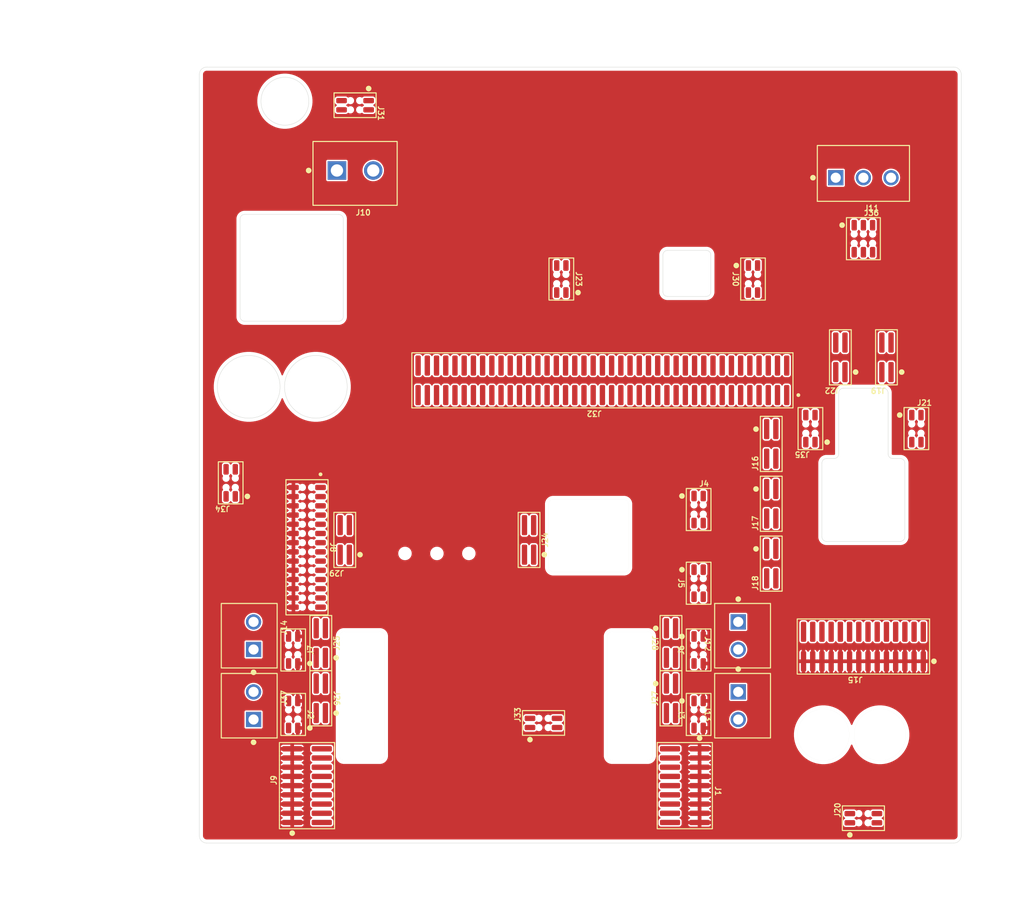
<source format=kicad_pcb>
(kicad_pcb (version 20241229) (generator "pcbnew") (generator_version "9.0")
  (layers (0 "F.Cu" signal) (4 "In1.Cu" power) (6 "In2.Cu" power) (2 "B.Cu" signal) (13 "F.Paste" user) (15 "B.Paste" user) (5 "F.SilkS" user "F.Silkscreen") (7 "B.SilkS" user "B.Silkscreen") (1 "F.Mask" user) (3 "B.Mask" user) (25 "Edge.Cuts" user))
  (net 0 "")
  (net 29 "GNDA")
  (footprint "connector_footprints:FW-02-03-G-D-085-155" (layer "F.Cu") (at 178.63798 108.66836)
    (property "Reference" "J18" (at -1.754 3.8 90) (layer "F.SilkS") (effects (font (size 0.762 0.762) (thickness 0.1524)) (justify left bottom)))
    (property "Value" "FW-02-03-G-D-085-155")
    (pad "1" smd roundrect (at -0.635 -2.035) (size 0.74 2.79) (layers "F.Cu" "F.Paste"))
    (pad "2" smd roundrect (at -0.635 2.035) (size 0.74 2.79) (layers "F.Cu" "F.Paste"))
    (pad "3" smd roundrect (at 0.635 -2.035) (size 0.74 2.79) (layers "F.Cu" "F.Paste"))
    (pad "4" smd roundrect (at 0.635 2.035) (size 0.74 2.79) (layers "F.Cu" "F.Paste"))
  )
  (footprint "connector_footprints:FW-02-03-G-D-085-155" (layer "F.Cu") (at 178.63798 92.15836)
    (property "Reference" "J16" (at -1.754 3.8 90) (layer "F.SilkS") (effects (font (size 0.762 0.762) (thickness 0.1524)) (justify left bottom)))
    (property "Value" "FW-02-03-G-D-085-155")
    (pad "1" smd roundrect (at -0.635 -2.035) (size 0.74 2.79) (layers "F.Cu" "F.Paste"))
    (pad "2" smd roundrect (at -0.635 2.035) (size 0.74 2.79) (layers "F.Cu" "F.Paste"))
    (pad "3" smd roundrect (at 0.635 -2.035) (size 0.74 2.79) (layers "F.Cu" "F.Paste"))
    (pad "4" smd roundrect (at 0.635 2.035) (size 0.74 2.79) (layers "F.Cu" "F.Paste"))
  )
  (footprint "connector_footprints:FW-09-03-G-D-085-155" (layer "F.Cu") (at 114.6556 139.28344 90)
    (property "Reference" "J9" (at 0 -4.572 90) (layer "F.SilkS") (effects (font (size 0.762 0.762) (thickness 0.1524)) (justify left)))
    (property "Value" "FW-09-03-G-D-085-155")
    (pad "1" smd roundrect (at -5.08 -2.035 90) (size 0.74 2.79) (layers "F.Cu" "F.Paste") (net 29 "GNDA"))
    (pad "2" smd roundrect (at -5.08 2.035 90) (size 0.74 2.79) (layers "F.Cu" "F.Paste"))
    (pad "3" smd roundrect (at -3.81 -2.035 90) (size 0.74 2.79) (layers "F.Cu" "F.Paste") (net 29 "GNDA"))
    (pad "4" smd roundrect (at -3.81 2.035 90) (size 0.74 2.79) (layers "F.Cu" "F.Paste"))
    (pad "5" smd roundrect (at -2.54 -2.035 90) (size 0.74 2.79) (layers "F.Cu" "F.Paste") (net 29 "GNDA"))
    (pad "6" smd roundrect (at -2.54 2.035 90) (size 0.74 2.79) (layers "F.Cu" "F.Paste"))
    (pad "7" smd roundrect (at -1.27 -2.035 90) (size 0.74 2.79) (layers "F.Cu" "F.Paste") (net 29 "GNDA"))
    (pad "8" smd roundrect (at -1.27 2.035 90) (size 0.74 2.79) (layers "F.Cu" "F.Paste"))
    (pad "9" smd roundrect (at 0 -2.035 90) (size 0.74 2.79) (layers "F.Cu" "F.Paste") (net 29 "GNDA"))
    (pad "10" smd roundrect (at 0 2.035 90) (size 0.74 2.79) (layers "F.Cu" "F.Paste"))
    (pad "11" smd roundrect (at 1.27 -2.035 90) (size 0.74 2.79) (layers "F.Cu" "F.Paste") (net 29 "GNDA"))
    (pad "12" smd roundrect (at 1.27 2.035 90) (size 0.74 2.79) (layers "F.Cu" "F.Paste"))
    (pad "13" smd roundrect (at 2.54 -2.035 90) (size 0.74 2.79) (layers "F.Cu" "F.Paste") (net 29 "GNDA"))
    (pad "14" smd roundrect (at 2.54 2.035 90) (size 0.74 2.79) (layers "F.Cu" "F.Paste"))
    (pad "15" smd roundrect (at 3.81 -2.035 90) (size 0.74 2.79) (layers "F.Cu" "F.Paste") (net 29 "GNDA"))
    (pad "16" smd roundrect (at 3.81 2.035 90) (size 0.74 2.79) (layers "F.Cu" "F.Paste"))
    (pad "17" smd roundrect (at 5.08 -2.035 90) (size 0.74 2.79) (layers "F.Cu" "F.Paste") (net 29 "GNDA"))
    (pad "18" smd roundrect (at 5.08 2.035 90) (size 0.74 2.79) (layers "F.Cu" "F.Paste"))
  )
  (footprint "connector_footprints:FW-14-03-G-D-085-155" (layer "F.Cu") (at 191.33798 120.09836 180)
    (property "Reference" "J15" (at 0 -4.572 180) (layer "F.SilkS") (effects (font (size 0.762 0.762) (thickness 0.1524)) (justify left)))
    (property "Value" "FW-14-03-G-D-085-155")
    (pad "1" smd roundrect (at -8.255 -2.035 180) (size 0.74 2.79) (layers "F.Cu" "F.Paste") (net 29 "GNDA"))
    (pad "2" smd roundrect (at -8.255 2.035 180) (size 0.74 2.79) (layers "F.Cu" "F.Paste"))
    (pad "3" smd roundrect (at -6.985 -2.035 180) (size 0.74 2.79) (layers "F.Cu" "F.Paste") (net 29 "GNDA"))
    (pad "4" smd roundrect (at -6.985 2.035 180) (size 0.74 2.79) (layers "F.Cu" "F.Paste"))
    (pad "5" smd roundrect (at -5.715 -2.035 180) (size 0.74 2.79) (layers "F.Cu" "F.Paste") (net 29 "GNDA"))
    (pad "6" smd roundrect (at -5.715 2.035 180) (size 0.74 2.79) (layers "F.Cu" "F.Paste"))
    (pad "7" smd roundrect (at -4.445 -2.035 180) (size 0.74 2.79) (layers "F.Cu" "F.Paste") (net 29 "GNDA"))
    (pad "8" smd roundrect (at -4.445 2.035 180) (size 0.74 2.79) (layers "F.Cu" "F.Paste"))
    (pad "9" smd roundrect (at -3.175 -2.035 180) (size 0.74 2.79) (layers "F.Cu" "F.Paste") (net 29 "GNDA"))
    (pad "10" smd roundrect (at -3.175 2.035 180) (size 0.74 2.79) (layers "F.Cu" "F.Paste"))
    (pad "11" smd roundrect (at -1.905 -2.035 180) (size 0.74 2.79) (layers "F.Cu" "F.Paste") (net 29 "GNDA"))
    (pad "12" smd roundrect (at -1.905 2.035 180) (size 0.74 2.79) (layers "F.Cu" "F.Paste"))
    (pad "13" smd roundrect (at -0.635 -2.035 180) (size 0.74 2.79) (layers "F.Cu" "F.Paste") (net 29 "GNDA"))
    (pad "14" smd roundrect (at -0.635 2.035 180) (size 0.74 2.79) (layers "F.Cu" "F.Paste"))
    (pad "15" smd roundrect (at 0.635 -2.035 180) (size 0.74 2.79) (layers "F.Cu" "F.Paste") (net 29 "GNDA"))
    (pad "16" smd roundrect (at 0.635 2.035 180) (size 0.74 2.79) (layers "F.Cu" "F.Paste"))
    (pad "17" smd roundrect (at 1.905 -2.035 180) (size 0.74 2.79) (layers "F.Cu" "F.Paste") (net 29 "GNDA"))
    (pad "18" smd roundrect (at 1.905 2.035 180) (size 0.74 2.79) (layers "F.Cu" "F.Paste"))
    (pad "19" smd roundrect (at 3.175 -2.035 180) (size 0.74 2.79) (layers "F.Cu" "F.Paste") (net 29 "GNDA"))
    (pad "20" smd roundrect (at 3.175 2.035 180) (size 0.74 2.79) (layers "F.Cu" "F.Paste"))
    (pad "21" smd roundrect (at 4.445 -2.035 180) (size 0.74 2.79) (layers "F.Cu" "F.Paste") (net 29 "GNDA"))
    (pad "22" smd roundrect (at 4.445 2.035 180) (size 0.74 2.79) (layers "F.Cu" "F.Paste"))
    (pad "23" smd roundrect (at 5.715 -2.035 180) (size 0.74 2.79) (layers "F.Cu" "F.Paste") (net 29 "GNDA"))
    (pad "24" smd roundrect (at 5.715 2.035 180) (size 0.74 2.79) (layers "F.Cu" "F.Paste"))
    (pad "25" smd roundrect (at 6.985 -2.035 180) (size 0.74 2.79) (layers "F.Cu" "F.Paste") (net 29 "GNDA"))
    (pad "26" smd roundrect (at 6.985 2.035 180) (size 0.74 2.79) (layers "F.Cu" "F.Paste"))
    (pad "27" smd roundrect (at 8.255 -2.035 180) (size 0.74 2.79) (layers "F.Cu" "F.Paste") (net 29 "GNDA"))
    (pad "28" smd roundrect (at 8.255 2.035 180) (size 0.74 2.79) (layers "F.Cu" "F.Paste"))
  )
  (footprint "connector_footprints:TBP02R2-381-02BE" (layer "F.Cu") (at 107.29214 118.60826 90)
    (property "Reference" "J14" (at 0 4.2 90) (layer "F.SilkS") (effects (font (size 0.762 0.762) (thickness 0.1524)) (justify left)))
    (property "Value" "TBP02R2-381-02BE")
    (pad "1" thru_hole rect (at -1.905 0 90) (size 2.1 2.1) (drill 1.4) (layers "*.Cu" "*.Mask"))
    (pad "2" thru_hole circle (at 1.905 0 90) (size 2.1 2.1) (drill 1.4) (layers "*.Cu" "*.Mask"))
  )
  (footprint "connector_footprints:FW-02-03-G-D-085-155" (layer "F.Cu") (at 145.2626 105.39984 180)
    (property "Reference" "J24" (at -1.754 0 90) (layer "F.SilkS") (effects (font (size 0.762 0.762) (thickness 0.1524)) (justify top)))
    (property "Value" "FW-02-03-G-D-085-155")
    (pad "1" smd roundrect (at -0.635 -2.035 180) (size 0.74 2.79) (layers "F.Cu" "F.Paste"))
    (pad "2" smd roundrect (at -0.635 2.035 180) (size 0.74 2.79) (layers "F.Cu" "F.Paste"))
    (pad "3" smd roundrect (at 0.635 -2.035 180) (size 0.74 2.79) (layers "F.Cu" "F.Paste"))
    (pad "4" smd roundrect (at 0.635 2.035 180) (size 0.74 2.79) (layers "F.Cu" "F.Paste"))
  )
  (footprint "connector_footprints:FW-02-03-G-D-085-155" (layer "F.Cu") (at 188.16298 80.22036 180)
    (property "Reference" "J22" (at 0 -4.572 180) (layer "F.SilkS") (effects (font (size 0.762 0.762) (thickness 0.1524)) (justify left)))
    (property "Value" "FW-02-03-G-D-085-155")
    (pad "1" smd roundrect (at -0.635 -2.035 180) (size 0.74 2.79) (layers "F.Cu" "F.Paste"))
    (pad "2" smd roundrect (at -0.635 2.035 180) (size 0.74 2.79) (layers "F.Cu" "F.Paste"))
    (pad "3" smd roundrect (at 0.635 -2.035 180) (size 0.74 2.79) (layers "F.Cu" "F.Paste"))
    (pad "4" smd roundrect (at 0.635 2.035 180) (size 0.74 2.79) (layers "F.Cu" "F.Paste"))
  )
  (footprint "connector_footprints:FW-02-03-G-D-085-155" (layer "F.Cu") (at 164.8206 127.24384)
    (property "Reference" "J27" (at -1.754 0 90) (layer "F.SilkS") (effects (font (size 0.762 0.762) (thickness 0.1524)) (justify bottom)))
    (property "Value" "FW-02-03-G-D-085-155")
    (pad "1" smd roundrect (at -0.635 -2.035) (size 0.74 2.79) (layers "F.Cu" "F.Paste"))
    (pad "2" smd roundrect (at -0.635 2.035) (size 0.74 2.79) (layers "F.Cu" "F.Paste"))
    (pad "3" smd roundrect (at 0.635 -2.035) (size 0.74 2.79) (layers "F.Cu" "F.Paste"))
    (pad "4" smd roundrect (at 0.635 2.035) (size 0.74 2.79) (layers "F.Cu" "F.Paste"))
  )
  (footprint "mechanical_parts:2907525" (layer "F.Cu") (at 152.32126 93.7006)
    (property "Reference" "M1" (hide yes))
    (property "Value" "~")
  )
  (footprint "connector_footprints:CLP-102-02-G-D-BE" (layer "F.Cu") (at 168.6306 120.57757)
    (property "Reference" "J6" (at -1.954 0 90) (layer "F.SilkS") (effects (font (size 0.762 0.762) (thickness 0.1524)) (justify bottom)))
    (property "Value" "CLP-102-02-G-D-BE")
    (pad "" np_thru_hole circle (at -0.635 -0.635) (size 0.74 0.74) (drill 0.74) (layers "F&B.Cu" "*.Mask"))
    (pad "" np_thru_hole circle (at -0.635 0.635) (size 0.74 0.74) (drill 0.74) (layers "F&B.Cu" "*.Mask"))
    (pad "" np_thru_hole circle (at 0.635 -0.635) (size 0.74 0.74) (drill 0.74) (layers "F&B.Cu" "*.Mask"))
    (pad "" np_thru_hole circle (at 0.635 0.635) (size 0.74 0.74) (drill 0.74) (layers "F&B.Cu" "*.Mask"))
    (pad "1" smd roundrect (at -0.635 -1.867) (size 0.74 1.47) (layers "F.Cu" "F.Paste"))
    (pad "2" smd roundrect (at -0.635 1.867) (size 0.74 1.47) (layers "F.Cu" "F.Paste"))
    (pad "3" smd roundrect (at 0.635 -1.867) (size 0.74 1.47) (layers "F.Cu" "F.Paste") (net 29 "GNDA"))
    (pad "4" smd roundrect (at 0.635 1.867) (size 0.74 1.47) (layers "F.Cu" "F.Paste") (net 29 "GNDA"))
  )
  (footprint "connector_footprints:FW-02-03-G-D-085-155" (layer "F.Cu") (at 194.51298 80.22036 180)
    (property "Reference" "J19" (at 0 -4.572 180) (layer "F.SilkS") (effects (font (size 0.762 0.762) (thickness 0.1524)) (justify left)))
    (property "Value" "FW-02-03-G-D-085-155")
    (pad "1" smd roundrect (at -0.635 -2.035 180) (size 0.74 2.79) (layers "F.Cu" "F.Paste"))
    (pad "2" smd roundrect (at -0.635 2.035 180) (size 0.74 2.79) (layers "F.Cu" "F.Paste"))
    (pad "3" smd roundrect (at 0.635 -2.035 180) (size 0.74 2.79) (layers "F.Cu" "F.Paste"))
    (pad "4" smd roundrect (at 0.635 2.035 180) (size 0.74 2.79) (layers "F.Cu" "F.Paste"))
  )
  (footprint "connector_footprints:FW-02-03-G-D-085-155" (layer "F.Cu") (at 178.63798 100.41336)
    (property "Reference" "J17" (at -1.754 3.8 90) (layer "F.SilkS") (effects (font (size 0.762 0.762) (thickness 0.1524)) (justify left bottom)))
    (property "Value" "FW-02-03-G-D-085-155")
    (pad "1" smd roundrect (at -0.635 -2.035) (size 0.74 2.79) (layers "F.Cu" "F.Paste"))
    (pad "2" smd roundrect (at -0.635 2.035) (size 0.74 2.79) (layers "F.Cu" "F.Paste"))
    (pad "3" smd roundrect (at 0.635 -2.035) (size 0.74 2.79) (layers "F.Cu" "F.Paste"))
    (pad "4" smd roundrect (at 0.635 2.035) (size 0.74 2.79) (layers "F.Cu" "F.Paste"))
  )
  (footprint "connector_footprints:TBP02R2-381-02BE" (layer "F.Cu") (at 174.08906 118.60826 -90)
    (property "Reference" "J12" (at 0 4.2 270) (layer "F.SilkS") (effects (font (size 0.762 0.762) (thickness 0.1524)) (justify left)))
    (property "Value" "TBP02R2-381-02BE")
    (pad "1" thru_hole rect (at -1.905 0 270) (size 2.1 2.1) (drill 1.4) (layers "*.Cu" "*.Mask"))
    (pad "2" thru_hole circle (at 1.905 0 270) (size 2.1 2.1) (drill 1.4) (layers "*.Cu" "*.Mask"))
  )
  (footprint "modules_footprints:minimal_ad74413r" (layer "F.Cu") (at 140.6906 116.83107)
    (property "Reference" "MOD1" (hide yes))
    (property "Value" "~" (hide yes))
    (fp_line (start -21.56714 18.3236) (end -21.56714 1.86944) (stroke (width 0.00635)) (layer "Edge.Cuts"))
    (fp_line (start -20.93214 1.23444) (end -16.00454 1.23444) (stroke (width 0.00635)) (layer "Edge.Cuts"))
    (fp_line (start -16.00454 18.95856) (end -20.93214 18.95856) (stroke (width 0.00635)) (layer "Edge.Cuts"))
    (fp_line (start -15.36954 1.86944) (end -15.36954 18.3237) (stroke (width 0.00635)) (layer "Edge.Cuts"))
    (fp_line (start 7.2644 -7.6581) (end 7.2644 -16.3703) (stroke (width 0.00635)) (layer "Edge.Cuts"))
    (fp_line (start 7.8994 -17.0053) (end 17.653 -17.0053) (stroke (width 0.00635)) (layer "Edge.Cuts"))
    (fp_line (start 15.36954 18.3236) (end 15.36954 1.86944) (stroke (width 0.00635)) (layer "Edge.Cuts"))
    (fp_line (start 16.00454 1.23444) (end 20.93214 1.23444) (stroke (width 0.00635)) (layer "Edge.Cuts"))
    (fp_line (start 17.653 -7.0231) (end 7.8994 -7.0231) (stroke (width 0.00635)) (layer "Edge.Cuts"))
    (fp_line (start 18.288 -16.3703) (end 18.288 -7.6581) (stroke (width 0.00635)) (layer "Edge.Cuts"))
    (fp_line (start 20.93214 18.95856) (end 16.00454 18.95856) (stroke (width 0.00635)) (layer "Edge.Cuts"))
    (fp_line (start 21.56714 1.86944) (end 21.56714 18.3237) (stroke (width 0.00635)) (layer "Edge.Cuts"))
    (fp_arc (start -21.56714 1.86944) (mid -21.381153 1.420427) (end -20.93214 1.23444) (stroke (width 0.00635)) (layer "Edge.Cuts"))
    (fp_arc (start -20.93214 18.95856) (mid -21.381165 18.772585) (end -21.56714 18.32356) (stroke (width 0.00635)) (layer "Edge.Cuts"))
    (fp_arc (start -16.00454 1.23444) (mid -15.555539 1.420439) (end -15.36954 1.86944) (stroke (width 0.00635)) (layer "Edge.Cuts"))
    (fp_arc (start -15.36954 18.32356) (mid -15.555511 18.772613) (end -16.00454 18.95856) (stroke (width 0.00635)) (layer "Edge.Cuts"))
    (fp_arc (start 7.2644 -16.3703) (mid 7.450387 -16.819313) (end 7.8994 -17.0053) (stroke (width 0.00635)) (layer "Edge.Cuts"))
    (fp_arc (start 7.8994 -7.0231) (mid 7.450387 -7.209087) (end 7.2644 -7.6581) (stroke (width 0.00635)) (layer "Edge.Cuts"))
    (fp_arc (start 15.36954 1.86944) (mid 15.555527 1.420427) (end 16.00454 1.23444) (stroke (width 0.00635)) (layer "Edge.Cuts"))
    (fp_arc (start 16.00454 18.95856) (mid 15.555515 18.772585) (end 15.36954 18.32356) (stroke (width 0.00635)) (layer "Edge.Cuts"))
    (fp_arc (start 17.653 -17.0053) (mid 18.102013 -16.819313) (end 18.288 -16.3703) (stroke (width 0.00635)) (layer "Edge.Cuts"))
    (fp_arc (start 18.288 -7.6581) (mid 18.102013 -7.209087) (end 17.653 -7.0231) (stroke (width 0.00635)) (layer "Edge.Cuts"))
    (fp_arc (start 20.93214 1.23444) (mid 21.381141 1.420439) (end 21.56714 1.86944) (stroke (width 0.00635)) (layer "Edge.Cuts"))
    (fp_arc (start 21.56714 18.32356) (mid 21.381169 18.772613) (end 20.93214 18.95856) (stroke (width 0.00635)) (layer "Edge.Cuts"))
  )
  (footprint "connector_footprints:FW-09-03-G-D-085-155" (layer "F.Cu") (at 166.7256 139.28344 -90)
    (property "Reference" "J1" (at 0 -4.572 270) (layer "F.SilkS") (effects (font (size 0.762 0.762) (thickness 0.1524)) (justify left)))
    (property "Value" "FW-09-03-G-D-085-155")
    (pad "1" smd roundrect (at -5.08 -2.035 270) (size 0.74 2.79) (layers "F.Cu" "F.Paste") (net 29 "GNDA"))
    (pad "2" smd roundrect (at -5.08 2.035 270) (size 0.74 2.79) (layers "F.Cu" "F.Paste"))
    (pad "3" smd roundrect (at -3.81 -2.035 270) (size 0.74 2.79) (layers "F.Cu" "F.Paste") (net 29 "GNDA"))
    (pad "4" smd roundrect (at -3.81 2.035 270) (size 0.74 2.79) (layers "F.Cu" "F.Paste"))
    (pad "5" smd roundrect (at -2.54 -2.035 270) (size 0.74 2.79) (layers "F.Cu" "F.Paste") (net 29 "GNDA"))
    (pad "6" smd roundrect (at -2.54 2.035 270) (size 0.74 2.79) (layers "F.Cu" "F.Paste"))
    (pad "7" smd roundrect (at -1.27 -2.035 270) (size 0.74 2.79) (layers "F.Cu" "F.Paste") (net 29 "GNDA"))
    (pad "8" smd roundrect (at -1.27 2.035 270) (size 0.74 2.79) (layers "F.Cu" "F.Paste"))
    (pad "9" smd roundrect (at 0 -2.035 270) (size 0.74 2.79) (layers "F.Cu" "F.Paste") (net 29 "GNDA"))
    (pad "10" smd roundrect (at 0 2.035 270) (size 0.74 2.79) (layers "F.Cu" "F.Paste"))
    (pad "11" smd roundrect (at 1.27 -2.035 270) (size 0.74 2.79) (layers "F.Cu" "F.Paste") (net 29 "GNDA"))
    (pad "12" smd roundrect (at 1.27 2.035 270) (size 0.74 2.79) (layers "F.Cu" "F.Paste"))
    (pad "13" smd roundrect (at 2.54 -2.035 270) (size 0.74 2.79) (layers "F.Cu" "F.Paste") (net 29 "GNDA"))
    (pad "14" smd roundrect (at 2.54 2.035 270) (size 0.74 2.79) (layers "F.Cu" "F.Paste"))
    (pad "15" smd roundrect (at 3.81 -2.035 270) (size 0.74 2.79) (layers "F.Cu" "F.Paste") (net 29 "GNDA"))
    (pad "16" smd roundrect (at 3.81 2.035 270) (size 0.74 2.79) (layers "F.Cu" "F.Paste"))
    (pad "17" smd roundrect (at 5.08 -2.035 270) (size 0.74 2.79) (layers "F.Cu" "F.Paste") (net 29 "GNDA"))
    (pad "18" smd roundrect (at 5.08 2.035 270) (size 0.74 2.79) (layers "F.Cu" "F.Paste"))
  )
  (footprint "connector_footprints:CLP-102-02-G-D-BE" (layer "F.Cu") (at 104.14 97.52838 180)
    (property "Reference" "J34" (at 0 -3.556 180) (layer "F.SilkS") (effects (font (size 0.762 0.762) (thickness 0.1524)) (justify left)))
    (property "Value" "CLP-102-02-G-D-BE")
    (pad "" np_thru_hole circle (at -0.635 -0.635 180) (size 0.74 0.74) (drill 0.74) (layers "F&B.Cu" "*.Mask"))
    (pad "" np_thru_hole circle (at -0.635 0.635 180) (size 0.74 0.74) (drill 0.74) (layers "F&B.Cu" "*.Mask"))
    (pad "" np_thru_hole circle (at 0.635 -0.635 180) (size 0.74 0.74) (drill 0.74) (layers "F&B.Cu" "*.Mask"))
    (pad "" np_thru_hole circle (at 0.635 0.635 180) (size 0.74 0.74) (drill 0.74) (layers "F&B.Cu" "*.Mask"))
    (pad "1" smd roundrect (at -0.635 -1.867 180) (size 0.74 1.47) (layers "F.Cu" "F.Paste"))
    (pad "2" smd roundrect (at -0.635 1.867 180) (size 0.74 1.47) (layers "F.Cu" "F.Paste"))
    (pad "3" smd roundrect (at 0.635 -1.867 180) (size 0.74 1.47) (layers "F.Cu" "F.Paste"))
    (pad "4" smd roundrect (at 0.635 1.867 180) (size 0.74 1.47) (layers "F.Cu" "F.Paste"))
  )
  (footprint "connector_footprints:TBP02R2-381-03BE" (layer "F.Cu") (at 191.3382 55.45704)
    (property "Reference" "J11" (at 0 4.2 0) (layer "F.SilkS") (effects (font (size 0.762 0.762) (thickness 0.1524)) (justify left)))
    (property "Value" "TBP02R2-381-03BE")
    (pad "1" thru_hole rect (at -3.81 0) (size 2.1 2.1) (drill 1.4) (layers "*.Cu" "*.Mask"))
    (pad "2" thru_hole circle (at 0 0) (size 2.1 2.1) (drill 1.4) (layers "*.Cu" "*.Mask"))
    (pad "3" thru_hole circle (at 3.81 0) (size 2.1 2.1) (drill 1.4) (layers "*.Cu" "*.Mask"))
  )
  (footprint "connector_footprints:CLP-102-02-G-D-BE" (layer "F.Cu") (at 121.285 45.45812 -90)
    (property "Reference" "J31" (at 0 -3.556 270) (layer "F.SilkS") (effects (font (size 0.762 0.762) (thickness 0.1524)) (justify left)))
    (property "Value" "CLP-102-02-G-D-BE")
    (pad "" np_thru_hole circle (at -0.635 -0.635 270) (size 0.74 0.74) (drill 0.74) (layers "F&B.Cu" "*.Mask"))
    (pad "" np_thru_hole circle (at -0.635 0.635 270) (size 0.74 0.74) (drill 0.74) (layers "F&B.Cu" "*.Mask"))
    (pad "" np_thru_hole circle (at 0.635 -0.635 270) (size 0.74 0.74) (drill 0.74) (layers "F&B.Cu" "*.Mask"))
    (pad "" np_thru_hole circle (at 0.635 0.635 270) (size 0.74 0.74) (drill 0.74) (layers "F&B.Cu" "*.Mask"))
    (pad "1" smd roundrect (at -0.635 -1.867 270) (size 0.74 1.47) (layers "F.Cu" "F.Paste"))
    (pad "2" smd roundrect (at -0.635 1.867 270) (size 0.74 1.47) (layers "F.Cu" "F.Paste"))
    (pad "3" smd roundrect (at 0.635 -1.867 270) (size 0.74 1.47) (layers "F.Cu" "F.Paste"))
    (pad "4" smd roundrect (at 0.635 1.867 270) (size 0.74 1.47) (layers "F.Cu" "F.Paste"))
  )
  (footprint "connector_footprints:TBP02R2-381-02BE" (layer "F.Cu") (at 107.29214 128.26026 90)
    (property "Reference" "J37" (at 0 4.2 90) (layer "F.SilkS") (effects (font (size 0.762 0.762) (thickness 0.1524)) (justify left)))
    (property "Value" "TBP02R2-381-02BE")
    (pad "1" thru_hole rect (at -1.905 0 90) (size 2.1 2.1) (drill 1.4) (layers "*.Cu" "*.Mask"))
    (pad "2" thru_hole circle (at 1.905 0 90) (size 2.1 2.1) (drill 1.4) (layers "*.Cu" "*.Mask"))
  )
  (footprint "modules_footprints:minimal_lt8304" (layer "F.Cu") (at 113.03 71.49338 -90)
    (property "Reference" "MOD8" (hide yes))
    (property "Value" "~" (hide yes))
    (fp_line (start 3.11658 7.59714) (end -10.34542 7.59714) (stroke (width 0.05)) (layer "Edge.Cuts"))
    (fp_line (start -10.98042 6.96214) (end -10.98042 -5.99186) (stroke (width 0.05)) (layer "Edge.Cuts"))
    (fp_line (start 3.75158 -5.99186) (end 3.75158 6.96214) (stroke (width 0.05)) (layer "Edge.Cuts"))
    (fp_line (start -10.34542 -6.62686) (end 3.11658 -6.62686) (stroke (width 0.05)) (layer "Edge.Cuts"))
    (fp_arc (start -10.34542 7.59714) (mid -10.794433 7.411153) (end -10.98042 6.96214) (stroke (width 0.05)) (layer "Edge.Cuts"))
    (fp_arc (start 3.75158 6.96214) (mid 3.565593 7.411153) (end 3.11658 7.59714) (stroke (width 0.05)) (layer "Edge.Cuts"))
    (fp_arc (start -10.98042 -5.99186) (mid -10.794433 -6.440873) (end -10.34542 -6.62686) (stroke (width 0.05)) (layer "Edge.Cuts"))
    (fp_arc (start 3.11658 -6.62686) (mid 3.565601 -6.440881) (end 3.75158 -5.99186) (stroke (width 0.05)) (layer "Edge.Cuts"))
    (fp_circle (center 12.79652 6.40334) (end 17.11452 6.40334) (stroke (width 0.05)) (fill no) (layer "Edge.Cuts"))
    (fp_circle (center -26.58644 1.41732) (end -23.28444 1.41732) (stroke (width 0.05)) (fill no) (layer "Edge.Cuts"))
    (fp_circle (center 12.79652 -2.84734) (end 17.11452 -2.84734) (stroke (width 0.05)) (fill no) (layer "Edge.Cuts"))
  )
  (footprint "connector_footprints:CLP-102-02-G-D-BE" (layer "F.Cu") (at 184.03548 90.05016 180)
    (property "Reference" "J35" (at 0 -3.556 180) (layer "F.SilkS") (effects (font (size 0.762 0.762) (thickness 0.1524)) (justify left)))
    (property "Value" "CLP-102-02-G-D-BE")
    (pad "" np_thru_hole circle (at -0.635 -0.635 180) (size 0.74 0.74) (drill 0.74) (layers "F&B.Cu" "*.Mask"))
    (pad "" np_thru_hole circle (at -0.635 0.635 180) (size 0.74 0.74) (drill 0.74) (layers "F&B.Cu" "*.Mask"))
    (pad "" np_thru_hole circle (at 0.635 -0.635 180) (size 0.74 0.74) (drill 0.74) (layers "F&B.Cu" "*.Mask"))
    (pad "" np_thru_hole circle (at 0.635 0.635 180) (size 0.74 0.74) (drill 0.74) (layers "F&B.Cu" "*.Mask"))
    (pad "1" smd roundrect (at -0.635 -1.867 180) (size 0.74 1.47) (layers "F.Cu" "F.Paste"))
    (pad "2" smd roundrect (at -0.635 1.867 180) (size 0.74 1.47) (layers "F.Cu" "F.Paste"))
    (pad "3" smd roundrect (at 0.635 -1.867 180) (size 0.74 1.47) (layers "F.Cu" "F.Paste"))
    (pad "4" smd roundrect (at 0.635 1.867 180) (size 0.74 1.47) (layers "F.Cu" "F.Paste"))
  )
  (footprint "connector_footprints:FW-02-03-G-D-085-155" (layer "F.Cu") (at 119.8626 105.39984 180)
    (property "Reference" "J29" (at 0 -4.572 180) (layer "F.SilkS") (effects (font (size 0.762 0.762) (thickness 0.1524)) (justify left)))
    (property "Value" "FW-02-03-G-D-085-155")
    (pad "1" smd roundrect (at -0.635 -2.035 180) (size 0.74 2.79) (layers "F.Cu" "F.Paste"))
    (pad "2" smd roundrect (at -0.635 2.035 180) (size 0.74 2.79) (layers "F.Cu" "F.Paste"))
    (pad "3" smd roundrect (at 0.635 -2.035 180) (size 0.74 2.79) (layers "F.Cu" "F.Paste"))
    (pad "4" smd roundrect (at 0.635 2.035 180) (size 0.74 2.79) (layers "F.Cu" "F.Paste"))
  )
  (footprint "connector_footprints:CLP-102-02-G-D-BE" (layer "F.Cu") (at 168.6306 111.37007)
    (property "Reference" "J5" (at -1.954 0 270) (layer "F.SilkS") (effects (font (size 0.762 0.762) (thickness 0.1524)) (justify top)))
    (property "Value" "CLP-102-02-G-D-BE")
    (pad "" np_thru_hole circle (at -0.635 -0.635) (size 0.74 0.74) (drill 0.74) (layers "F&B.Cu" "*.Mask"))
    (pad "" np_thru_hole circle (at -0.635 0.635) (size 0.74 0.74) (drill 0.74) (layers "F&B.Cu" "*.Mask"))
    (pad "" np_thru_hole circle (at 0.635 -0.635) (size 0.74 0.74) (drill 0.74) (layers "F&B.Cu" "*.Mask"))
    (pad "" np_thru_hole circle (at 0.635 0.635) (size 0.74 0.74) (drill 0.74) (layers "F&B.Cu" "*.Mask"))
    (pad "1" smd roundrect (at -0.635 -1.867) (size 0.74 1.47) (layers "F.Cu" "F.Paste"))
    (pad "2" smd roundrect (at -0.635 1.867) (size 0.74 1.47) (layers "F.Cu" "F.Paste"))
    (pad "3" smd roundrect (at 0.635 -1.867) (size 0.74 1.47) (layers "F.Cu" "F.Paste"))
    (pad "4" smd roundrect (at 0.635 1.867) (size 0.74 1.47) (layers "F.Cu" "F.Paste"))
  )
  (footprint "connector_footprints:CLP-102-02-G-D-BE" (layer "F.Cu") (at 149.70722 69.42812 180)
    (property "Reference" "J23" (at -1.954 0 270) (layer "F.SilkS") (effects (font (size 0.762 0.762) (thickness 0.1524)) (justify bottom)))
    (property "Value" "CLP-102-02-G-D-BE")
    (pad "" np_thru_hole circle (at -0.635 -0.635 180) (size 0.74 0.74) (drill 0.74) (layers "F&B.Cu" "*.Mask"))
    (pad "" np_thru_hole circle (at -0.635 0.635 180) (size 0.74 0.74) (drill 0.74) (layers "F&B.Cu" "*.Mask"))
    (pad "" np_thru_hole circle (at 0.635 -0.635 180) (size 0.74 0.74) (drill 0.74) (layers "F&B.Cu" "*.Mask"))
    (pad "" np_thru_hole circle (at 0.635 0.635 180) (size 0.74 0.74) (drill 0.74) (layers "F&B.Cu" "*.Mask"))
    (pad "1" smd roundrect (at -0.635 -1.867 180) (size 0.74 1.47) (layers "F.Cu" "F.Paste"))
    (pad "2" smd roundrect (at -0.635 1.867 180) (size 0.74 1.47) (layers "F.Cu" "F.Paste"))
    (pad "3" smd roundrect (at 0.635 -1.867 180) (size 0.74 1.47) (layers "F.Cu" "F.Paste"))
    (pad "4" smd roundrect (at 0.635 1.867 180) (size 0.74 1.47) (layers "F.Cu" "F.Paste"))
  )
  (footprint "connector_footprints:FW-02-03-G-D-085-155" (layer "F.Cu") (at 164.8206 119.62384)
    (property "Reference" "J28" (at -1.754 0 270) (layer "F.SilkS") (effects (font (size 0.762 0.762) (thickness 0.1524)) (justify top)))
    (property "Value" "FW-02-03-G-D-085-155")
    (pad "1" smd roundrect (at -0.635 -2.035) (size 0.74 2.79) (layers "F.Cu" "F.Paste"))
    (pad "2" smd roundrect (at -0.635 2.035) (size 0.74 2.79) (layers "F.Cu" "F.Paste"))
    (pad "3" smd roundrect (at 0.635 -2.035) (size 0.74 2.79) (layers "F.Cu" "F.Paste"))
    (pad "4" smd roundrect (at 0.635 2.035) (size 0.74 2.79) (layers "F.Cu" "F.Paste"))
  )
  (footprint "connector_footprints:TBP04R2-500-02BE" (layer "F.Cu") (at 121.285 54.46014)
    (property "Reference" "J10" (at 0 5.8 0) (layer "F.SilkS") (effects (font (size 0.762 0.762) (thickness 0.1524)) (justify left)))
    (property "Value" "TBP04R2-500-02BE")
    (pad "1" thru_hole rect (at -2.5 0) (size 2.55 2.55) (drill 1.7) (layers "*.Cu" "*.Mask"))
    (pad "2" thru_hole circle (at 2.5 0) (size 2.55 2.55) (drill 1.7) (layers "*.Cu" "*.Mask"))
  )
  (footprint "modules_footprints:minimal_max14906" (layer "F.Cu") (at 140.6906 124.24664 180)
    (property "Reference" "MOD2" (hide yes))
    (property "Value" "~" (hide yes))
    (pad "" np_thru_hole circle (at 3.728 16.9799 180) (size 1.6 1.6) (drill 1.6) (layers "F&B.Cu" "*.Mask"))
    (pad "" np_thru_hole circle (at 8.128 16.9799 180) (size 1.6 1.6) (drill 1.6) (layers "F&B.Cu" "*.Mask"))
    (pad "" np_thru_hole circle (at 12.528 16.9799 180) (size 1.6 1.6) (drill 1.6) (layers "F&B.Cu" "*.Mask"))
  )
  (footprint "connector_footprints:CLP-102-02-G-D-BE" (layer "F.Cu") (at 168.6306 129.46757)
    (property "Reference" "J3" (at -1.954 0 270) (layer "F.SilkS") (effects (font (size 0.762 0.762) (thickness 0.1524)) (justify top)))
    (property "Value" "CLP-102-02-G-D-BE")
    (pad "" np_thru_hole circle (at -0.635 -0.635) (size 0.74 0.74) (drill 0.74) (layers "F&B.Cu" "*.Mask"))
    (pad "" np_thru_hole circle (at -0.635 0.635) (size 0.74 0.74) (drill 0.74) (layers "F&B.Cu" "*.Mask"))
    (pad "" np_thru_hole circle (at 0.635 -0.635) (size 0.74 0.74) (drill 0.74) (layers "F&B.Cu" "*.Mask"))
    (pad "" np_thru_hole circle (at 0.635 0.635) (size 0.74 0.74) (drill 0.74) (layers "F&B.Cu" "*.Mask"))
    (pad "1" smd roundrect (at -0.635 -1.867) (size 0.74 1.47) (layers "F.Cu" "F.Paste"))
    (pad "2" smd roundrect (at -0.635 1.867) (size 0.74 1.47) (layers "F.Cu" "F.Paste"))
    (pad "3" smd roundrect (at 0.635 -1.867) (size 0.74 1.47) (layers "F.Cu" "F.Paste") (net 29 "GNDA"))
    (pad "4" smd roundrect (at 0.635 1.867) (size 0.74 1.47) (layers "F.Cu" "F.Paste") (net 29 "GNDA"))
  )
  (footprint "modules_footprints:minimal_ltc9111" (layer "F.Cu") (at 191.33798 102.86446 90)
    (property "Reference" "MOD5" (hide yes))
    (property "Value" "~" (hide yes))
    (fp_line (start 8.0518 -5.715) (end -2.1082 -5.715) (stroke (width 0.05)) (layer "Edge.Cuts"))
    (fp_line (start -2.7432 -5.08) (end -2.7432 5.08) (stroke (width 0.05)) (layer "Edge.Cuts"))
    (fp_line (start 8.6868 -4.0386) (end 8.6868 -5.08) (stroke (width 0.05)) (layer "Edge.Cuts"))
    (fp_line (start 17.7419 -3.4036) (end 9.3218 -3.4036) (stroke (width 0.05)) (layer "Edge.Cuts"))
    (fp_line (start 18.3769 2.7686) (end 18.3769 -2.7686) (stroke (width 0.05)) (layer "Edge.Cuts"))
    (fp_line (start 9.3218 3.4036) (end 17.7419 3.4036) (stroke (width 0.05)) (layer "Edge.Cuts"))
    (fp_line (start 8.6868 5.08) (end 8.6868 4.0386) (stroke (width 0.05)) (layer "Edge.Cuts"))
    (fp_line (start -2.1082 5.715) (end 8.0518 5.715) (stroke (width 0.05)) (layer "Edge.Cuts"))
    (fp_arc (start 8.0518 -5.715) (mid 8.500813 -5.529013) (end 8.6868 -5.08) (stroke (width 0.05)) (layer "Edge.Cuts"))
    (fp_arc (start -2.7432 -5.08) (mid -2.557213 -5.529013) (end -2.1082 -5.715) (stroke (width 0.05)) (layer "Edge.Cuts"))
    (fp_arc (start 17.7419 -3.4036) (mid 18.190913 -3.217613) (end 18.3769 -2.7686) (stroke (width 0.05)) (layer "Edge.Cuts"))
    (fp_arc (start 9.3218 -3.4036) (mid 8.872787 -3.589587) (end 8.6868 -4.0386) (stroke (width 0.05)) (layer "Edge.Cuts"))
    (fp_arc (start 18.3769 2.7686) (mid 18.190913 3.217613) (end 17.7419 3.4036) (stroke (width 0.05)) (layer "Edge.Cuts"))
    (fp_arc (start 8.6868 4.0386) (mid 8.872787 3.589587) (end 9.3218 3.4036) (stroke (width 0.05)) (layer "Edge.Cuts"))
    (fp_arc (start 8.6868 5.08) (mid 8.500813 5.529013) (end 8.0518 5.715) (stroke (width 0.05)) (layer "Edge.Cuts"))
    (fp_arc (start -2.1082 5.715) (mid -2.557213 5.529013) (end -2.7432 5.08) (stroke (width 0.05)) (layer "Edge.Cuts"))
    (fp_circle (center -29.40304 -5.51688) (end -25.84704 -5.51688) (stroke (width 0.00635)) (fill no) (layer "Edge.Cuts"))
    (fp_circle (center -29.40304 2.28092) (end -25.84704 2.28092) (stroke (width 0.00635)) (fill no) (layer "Edge.Cuts"))
  )
  (footprint "connector_footprints:TBP02R2-381-02BE" (layer "F.Cu") (at 174.08906 128.26026 -90)
    (property "Reference" "J13" (at 0 4.2 270) (layer "F.SilkS") (effects (font (size 0.762 0.762) (thickness 0.1524)) (justify left)))
    (property "Value" "TBP02R2-381-02BE")
    (pad "1" thru_hole rect (at -1.905 0 270) (size 2.1 2.1) (drill 1.4) (layers "*.Cu" "*.Mask"))
    (pad "2" thru_hole circle (at 1.905 0 270) (size 2.1 2.1) (drill 1.4) (layers "*.Cu" "*.Mask"))
  )
  (footprint "connector_footprints:CLP-102-02-G-D-BE" (layer "F.Cu") (at 176.12322 69.42812)
    (property "Reference" "J30" (at -1.954 0 270) (layer "F.SilkS") (effects (font (size 0.762 0.762) (thickness 0.1524)) (justify top)))
    (property "Value" "CLP-102-02-G-D-BE")
    (pad "" np_thru_hole circle (at -0.635 -0.635) (size 0.74 0.74) (drill 0.74) (layers "F&B.Cu" "*.Mask"))
    (pad "" np_thru_hole circle (at -0.635 0.635) (size 0.74 0.74) (drill 0.74) (layers "F&B.Cu" "*.Mask"))
    (pad "" np_thru_hole circle (at 0.635 -0.635) (size 0.74 0.74) (drill 0.74) (layers "F&B.Cu" "*.Mask"))
    (pad "" np_thru_hole circle (at 0.635 0.635) (size 0.74 0.74) (drill 0.74) (layers "F&B.Cu" "*.Mask"))
    (pad "1" smd roundrect (at -0.635 -1.867) (size 0.74 1.47) (layers "F.Cu" "F.Paste"))
    (pad "2" smd roundrect (at -0.635 1.867) (size 0.74 1.47) (layers "F.Cu" "F.Paste"))
    (pad "3" smd roundrect (at 0.635 -1.867) (size 0.74 1.47) (layers "F.Cu" "F.Paste"))
    (pad "4" smd roundrect (at 0.635 1.867) (size 0.74 1.47) (layers "F.Cu" "F.Paste"))
  )
  (footprint "connector_footprints:CLP-102-02-G-D-BE" (layer "F.Cu") (at 147.25396 130.63728 90)
    (property "Reference" "J33" (at 0 -3.556 90) (layer "F.SilkS") (effects (font (size 0.762 0.762) (thickness 0.1524)) (justify left)))
    (property "Value" "CLP-102-02-G-D-BE")
    (pad "" np_thru_hole circle (at -0.635 -0.635 90) (size 0.74 0.74) (drill 0.74) (layers "F&B.Cu" "*.Mask"))
    (pad "" np_thru_hole circle (at -0.635 0.635 90) (size 0.74 0.74) (drill 0.74) (layers "F&B.Cu" "*.Mask"))
    (pad "" np_thru_hole circle (at 0.635 -0.635 90) (size 0.74 0.74) (drill 0.74) (layers "F&B.Cu" "*.Mask"))
    (pad "" np_thru_hole circle (at 0.635 0.635 90) (size 0.74 0.74) (drill 0.74) (layers "F&B.Cu" "*.Mask"))
    (pad "1" smd roundrect (at -0.635 -1.867 90) (size 0.74 1.47) (layers "F.Cu" "F.Paste"))
    (pad "2" smd roundrect (at -0.635 1.867 90) (size 0.74 1.47) (layers "F.Cu" "F.Paste"))
    (pad "3" smd roundrect (at 0.635 -1.867 90) (size 0.74 1.47) (layers "F.Cu" "F.Paste"))
    (pad "4" smd roundrect (at 0.635 1.867 90) (size 0.74 1.47) (layers "F.Cu" "F.Paste"))
  )
  (footprint "connector_footprints:CLP-114-02-G-D-BE" (layer "F.Cu") (at 114.6556 106.41707 -90)
    (property "Reference" "J8" (at 0 -3.154 270) (layer "F.SilkS") (effects (font (size 0.762 0.762) (thickness 0.1524)) (justify bottom)))
    (property "Value" "CLP-114-02-G-D-BE")
    (pad "" np_thru_hole circle (at -8.255 -0.635 270) (size 0.74 0.74) (drill 0.74) (layers "F&B.Cu" "*.Mask"))
    (pad "" np_thru_hole circle (at -8.255 0.635 270) (size 0.74 0.74) (drill 0.74) (layers "F&B.Cu" "*.Mask"))
    (pad "" np_thru_hole circle (at -6.985 -0.635 270) (size 0.74 0.74) (drill 0.74) (layers "F&B.Cu" "*.Mask"))
    (pad "" np_thru_hole circle (at -6.985 0.635 270) (size 0.74 0.74) (drill 0.74) (layers "F&B.Cu" "*.Mask"))
    (pad "" np_thru_hole circle (at -5.715 -0.635 270) (size 0.74 0.74) (drill 0.74) (layers "F&B.Cu" "*.Mask"))
    (pad "" np_thru_hole circle (at -5.715 0.635 270) (size 0.74 0.74) (drill 0.74) (layers "F&B.Cu" "*.Mask"))
    (pad "" np_thru_hole circle (at -4.445 -0.635 270) (size 0.74 0.74) (drill 0.74) (layers "F&B.Cu" "*.Mask"))
    (pad "" np_thru_hole circle (at -4.445 0.635 270) (size 0.74 0.74) (drill 0.74) (layers "F&B.Cu" "*.Mask"))
    (pad "" np_thru_hole circle (at -3.175 -0.635 270) (size 0.74 0.74) (drill 0.74) (layers "F&B.Cu" "*.Mask"))
    (pad "" np_thru_hole circle (at -3.175 0.635 270) (size 0.74 0.74) (drill 0.74) (layers "F&B.Cu" "*.Mask"))
    (pad "" np_thru_hole circle (at -1.905 -0.635 270) (size 0.74 0.74) (drill 0.74) (layers "F&B.Cu" "*.Mask"))
    (pad "" np_thru_hole circle (at -1.905 0.635 270) (size 0.74 0.74) (drill 0.74) (layers "F&B.Cu" "*.Mask"))
    (pad "" np_thru_hole circle (at -0.635 -0.635 270) (size 0.74 0.74) (drill 0.74) (layers "F&B.Cu" "*.Mask"))
    (pad "" np_thru_hole circle (at -0.635 0.635 270) (size 0.74 0.74) (drill 0.74) (layers "F&B.Cu" "*.Mask"))
    (pad "" np_thru_hole circle (at 0.635 -0.635 270) (size 0.74 0.74) (drill 0.74) (layers "F&B.Cu" "*.Mask"))
    (pad "" np_thru_hole circle (at 0.635 0.635 270) (size 0.74 0.74) (drill 0.74) (layers "F&B.Cu" "*.Mask"))
    (pad "" np_thru_hole circle (at 1.905 -0.635 270) (size 0.74 0.74) (drill 0.74) (layers "F&B.Cu" "*.Mask"))
    (pad "" np_thru_hole circle (at 1.905 0.635 270) (size 0.74 0.74) (drill 0.74) (layers "F&B.Cu" "*.Mask"))
    (pad "" np_thru_hole circle (at 3.175 -0.635 270) (size 0.74 0.74) (drill 0.74) (layers "F&B.Cu" "*.Mask"))
    (pad "" np_thru_hole circle (at 3.175 0.635 270) (size 0.74 0.74) (drill 0.74) (layers "F&B.Cu" "*.Mask"))
    (pad "" np_thru_hole circle (at 4.445 -0.635 270) (size 0.74 0.74) (drill 0.74) (layers "F&B.Cu" "*.Mask"))
    (pad "" np_thru_hole circle (at 4.445 0.635 270) (size 0.74 0.74) (drill 0.74) (layers "F&B.Cu" "*.Mask"))
    (pad "" np_thru_hole circle (at 5.715 -0.635 270) (size 0.74 0.74) (drill 0.74) (layers "F&B.Cu" "*.Mask"))
    (pad "" np_thru_hole circle (at 5.715 0.635 270) (size 0.74 0.74) (drill 0.74) (layers "F&B.Cu" "*.Mask"))
    (pad "" np_thru_hole circle (at 6.985 -0.635 270) (size 0.74 0.74) (drill 0.74) (layers "F&B.Cu" "*.Mask"))
    (pad "" np_thru_hole circle (at 6.985 0.635 270) (size 0.74 0.74) (drill 0.74) (layers "F&B.Cu" "*.Mask"))
    (pad "" np_thru_hole circle (at 8.255 -0.635 270) (size 0.74 0.74) (drill 0.74) (layers "F&B.Cu" "*.Mask"))
    (pad "" np_thru_hole circle (at 8.255 0.635 270) (size 0.74 0.74) (drill 0.74) (layers "F&B.Cu" "*.Mask"))
    (pad "1" smd roundrect (at -8.255 -1.867 270) (size 0.74 1.47) (layers "F.Cu" "F.Paste"))
    (pad "2" smd roundrect (at -8.255 1.867 270) (size 0.74 1.47) (layers "F.Cu" "F.Paste") (net 29 "GNDA"))
    (pad "3" smd roundrect (at -6.985 -1.867 270) (size 0.74 1.47) (layers "F.Cu" "F.Paste"))
    (pad "4" smd roundrect (at -6.985 1.867 270) (size 0.74 1.47) (layers "F.Cu" "F.Paste") (net 29 "GNDA"))
    (pad "5" smd roundrect (at -5.715 -1.867 270) (size 0.74 1.47) (layers "F.Cu" "F.Paste"))
    (pad "6" smd roundrect (at -5.715 1.867 270) (size 0.74 1.47) (layers "F.Cu" "F.Paste") (net 29 "GNDA"))
    (pad "7" smd roundrect (at -4.445 -1.867 270) (size 0.74 1.47) (layers "F.Cu" "F.Paste"))
    (pad "8" smd roundrect (at -4.445 1.867 270) (size 0.74 1.47) (layers "F.Cu" "F.Paste") (net 29 "GNDA"))
    (pad "9" smd roundrect (at -3.175 -1.867 270) (size 0.74 1.47) (layers "F.Cu" "F.Paste"))
    (pad "10" smd roundrect (at -3.175 1.867 270) (size 0.74 1.47) (layers "F.Cu" "F.Paste") (net 29 "GNDA"))
    (pad "11" smd roundrect (at -1.905 -1.867 270) (size 0.74 1.47) (layers "F.Cu" "F.Paste"))
    (pad "12" smd roundrect (at -1.905 1.867 270) (size 0.74 1.47) (layers "F.Cu" "F.Paste") (net 29 "GNDA"))
    (pad "13" smd roundrect (at -0.635 -1.867 270) (size 0.74 1.47) (layers "F.Cu" "F.Paste"))
    (pad "14" smd roundrect (at -0.635 1.867 270) (size 0.74 1.47) (layers "F.Cu" "F.Paste") (net 29 "GNDA"))
    (pad "15" smd roundrect (at 0.635 -1.867 270) (size 0.74 1.47) (layers "F.Cu" "F.Paste"))
    (pad "16" smd roundrect (at 0.635 1.867 270) (size 0.74 1.47) (layers "F.Cu" "F.Paste") (net 29 "GNDA"))
    (pad "17" smd roundrect (at 1.905 -1.867 270) (size 0.74 1.47) (layers "F.Cu" "F.Paste"))
    (pad "18" smd roundrect (at 1.905 1.867 270) (size 0.74 1.47) (layers "F.Cu" "F.Paste") (net 29 "GNDA"))
    (pad "19" smd roundrect (at 3.175 -1.867 270) (size 0.74 1.47) (layers "F.Cu" "F.Paste"))
    (pad "20" smd roundrect (at 3.175 1.867 270) (size 0.74 1.47) (layers "F.Cu" "F.Paste") (net 29 "GNDA"))
    (pad "21" smd roundrect (at 4.445 -1.867 270) (size 0.74 1.47) (layers "F.Cu" "F.Paste"))
    (pad "22" smd roundrect (at 4.445 1.867 270) (size 0.74 1.47) (layers "F.Cu" "F.Paste") (net 29 "GNDA"))
    (pad "23" smd roundrect (at 5.715 -1.867 270) (size 0.74 1.47) (layers "F.Cu" "F.Paste"))
    (pad "24" smd roundrect (at 5.715 1.867 270) (size 0.74 1.47) (layers "F.Cu" "F.Paste") (net 29 "GNDA"))
    (pad "25" smd roundrect (at 6.985 -1.867 270) (size 0.74 1.47) (layers "F.Cu" "F.Paste"))
    (pad "26" smd roundrect (at 6.985 1.867 270) (size 0.74 1.47) (layers "F.Cu" "F.Paste") (net 29 "GNDA"))
    (pad "27" smd roundrect (at 8.255 -1.867 270) (size 0.74 1.47) (layers "F.Cu" "F.Paste"))
    (pad "28" smd roundrect (at 8.255 1.867 270) (size 0.74 1.47) (layers "F.Cu" "F.Paste") (net 29 "GNDA"))
  )
  (footprint "connector_footprints:CLP-102-02-G-D-BE" (layer "F.Cu") (at 112.7506 120.57757 180)
    (property "Reference" "J7" (at -1.954 0 90) (layer "F.SilkS") (effects (font (size 0.762 0.762) (thickness 0.1524)) (justify top)))
    (property "Value" "CLP-102-02-G-D-BE")
    (pad "" np_thru_hole circle (at -0.635 -0.635 180) (size 0.74 0.74) (drill 0.74) (layers "F&B.Cu" "*.Mask"))
    (pad "" np_thru_hole circle (at -0.635 0.635 180) (size 0.74 0.74) (drill 0.74) (layers "F&B.Cu" "*.Mask"))
    (pad "" np_thru_hole circle (at 0.635 -0.635 180) (size 0.74 0.74) (drill 0.74) (layers "F&B.Cu" "*.Mask"))
    (pad "" np_thru_hole circle (at 0.635 0.635 180) (size 0.74 0.74) (drill 0.74) (layers "F&B.Cu" "*.Mask"))
    (pad "1" smd roundrect (at -0.635 -1.867 180) (size 0.74 1.47) (layers "F.Cu" "F.Paste") (net 29 "GNDA"))
    (pad "2" smd roundrect (at -0.635 1.867 180) (size 0.74 1.47) (layers "F.Cu" "F.Paste") (net 29 "GNDA"))
    (pad "3" smd roundrect (at 0.635 -1.867 180) (size 0.74 1.47) (layers "F.Cu" "F.Paste"))
    (pad "4" smd roundrect (at 0.635 1.867 180) (size 0.74 1.47) (layers "F.Cu" "F.Paste"))
  )
  (footprint "modules_footprints:minimal_max32650" (layer "F.Cu") (at 155.36926 64.66276)
    (property "Reference" "MOD9" (hide yes))
    (property "Value" "~" (hide yes))
  )
  (footprint "connector_footprints:FW-02-03-G-D-085-155" (layer "F.Cu") (at 116.5606 119.62384 180)
    (property "Reference" "J25" (at -1.754 0 90) (layer "F.SilkS") (effects (font (size 0.762 0.762) (thickness 0.1524)) (justify top)))
    (property "Value" "FW-02-03-G-D-085-155")
    (pad "1" smd roundrect (at -0.635 -2.035 180) (size 0.74 2.79) (layers "F.Cu" "F.Paste"))
    (pad "2" smd roundrect (at -0.635 2.035 180) (size 0.74 2.79) (layers "F.Cu" "F.Paste"))
    (pad "3" smd roundrect (at 0.635 -2.035 180) (size 0.74 2.79) (layers "F.Cu" "F.Paste"))
    (pad "4" smd roundrect (at 0.635 2.035 180) (size 0.74 2.79) (layers "F.Cu" "F.Paste"))
  )
  (footprint "connector_footprints:CLP-102-02-G-D-BE" (layer "F.Cu") (at 112.7506 129.46757 180)
    (property "Reference" "J2" (at -1.954 0 270) (layer "F.SilkS") (effects (font (size 0.762 0.762) (thickness 0.1524)) (justify bottom)))
    (property "Value" "CLP-102-02-G-D-BE")
    (pad "" np_thru_hole circle (at -0.635 -0.635 180) (size 0.74 0.74) (drill 0.74) (layers "F&B.Cu" "*.Mask"))
    (pad "" np_thru_hole circle (at -0.635 0.635 180) (size 0.74 0.74) (drill 0.74) (layers "F&B.Cu" "*.Mask"))
    (pad "" np_thru_hole circle (at 0.635 -0.635 180) (size 0.74 0.74) (drill 0.74) (layers "F&B.Cu" "*.Mask"))
    (pad "" np_thru_hole circle (at 0.635 0.635 180) (size 0.74 0.74) (drill 0.74) (layers "F&B.Cu" "*.Mask"))
    (pad "1" smd roundrect (at -0.635 -1.867 180) (size 0.74 1.47) (layers "F.Cu" "F.Paste") (net 29 "GNDA"))
    (pad "2" smd roundrect (at -0.635 1.867 180) (size 0.74 1.47) (layers "F.Cu" "F.Paste") (net 29 "GNDA"))
    (pad "3" smd roundrect (at 0.635 -1.867 180) (size 0.74 1.47) (layers "F.Cu" "F.Paste"))
    (pad "4" smd roundrect (at 0.635 1.867 180) (size 0.74 1.47) (layers "F.Cu" "F.Paste"))
  )
  (footprint "connector_footprints:CLP-102-02-G-D-BE" (layer "F.Cu") (at 191.33798 143.77116 90)
    (property "Reference" "J20" (at 0 -3.556 90) (layer "F.SilkS") (effects (font (size 0.762 0.762) (thickness 0.1524)) (justify left)))
    (property "Value" "CLP-102-02-G-D-BE")
    (pad "" np_thru_hole circle (at -0.635 -0.635 90) (size 0.74 0.74) (drill 0.74) (layers "F&B.Cu" "*.Mask"))
    (pad "" np_thru_hole circle (at -0.635 0.635 90) (size 0.74 0.74) (drill 0.74) (layers "F&B.Cu" "*.Mask"))
    (pad "" np_thru_hole circle (at 0.635 -0.635 90) (size 0.74 0.74) (drill 0.74) (layers "F&B.Cu" "*.Mask"))
    (pad "" np_thru_hole circle (at 0.635 0.635 90) (size 0.74 0.74) (drill 0.74) (layers "F&B.Cu" "*.Mask"))
    (pad "1" smd roundrect (at -0.635 -1.867 90) (size 0.74 1.47) (layers "F.Cu" "F.Paste"))
    (pad "2" smd roundrect (at -0.635 1.867 90) (size 0.74 1.47) (layers "F.Cu" "F.Paste"))
    (pad "3" smd roundrect (at 0.635 -1.867 90) (size 0.74 1.47) (layers "F.Cu" "F.Paste"))
    (pad "4" smd roundrect (at 0.635 1.867 90) (size 0.74 1.47) (layers "F.Cu" "F.Paste"))
  )
  (footprint "connector_footprints:CLP-102-02-G-D-BE" (layer "F.Cu") (at 168.6306 101.21007)
    (property "Reference" "J4" (at 0 -3.556 0) (layer "F.SilkS") (effects (font (size 0.762 0.762) (thickness 0.1524)) (justify left)))
    (property "Value" "CLP-102-02-G-D-BE")
    (pad "" np_thru_hole circle (at -0.635 -0.635) (size 0.74 0.74) (drill 0.74) (layers "F&B.Cu" "*.Mask"))
    (pad "" np_thru_hole circle (at -0.635 0.635) (size 0.74 0.74) (drill 0.74) (layers "F&B.Cu" "*.Mask"))
    (pad "" np_thru_hole circle (at 0.635 -0.635) (size 0.74 0.74) (drill 0.74) (layers "F&B.Cu" "*.Mask"))
    (pad "" np_thru_hole circle (at 0.635 0.635) (size 0.74 0.74) (drill 0.74) (layers "F&B.Cu" "*.Mask"))
    (pad "1" smd roundrect (at -0.635 -1.867) (size 0.74 1.47) (layers "F.Cu" "F.Paste"))
    (pad "2" smd roundrect (at -0.635 1.867) (size 0.74 1.47) (layers "F.Cu" "F.Paste"))
    (pad "3" smd roundrect (at 0.635 -1.867) (size 0.74 1.47) (layers "F.Cu" "F.Paste"))
    (pad "4" smd roundrect (at 0.635 1.867) (size 0.74 1.47) (layers "F.Cu" "F.Paste"))
  )
  (footprint "connector_footprints:FW-41-03-G-D-085-155" (layer "F.Cu") (at 155.36926 83.39526 180)
    (property "Reference" "J32" (at 0 -4.572 180) (layer "F.SilkS") (effects (font (size 0.762 0.762) (thickness 0.1524)) (justify left)))
    (property "Value" "FW-41-03-G-D-085-155")
    (pad "1" smd roundrect (at -25.4 -2.035 180) (size 0.74 2.79) (layers "F.Cu" "F.Paste"))
    (pad "2" smd roundrect (at -25.4 2.035 180) (size 0.74 2.79) (layers "F.Cu" "F.Paste"))
    (pad "3" smd roundrect (at -24.13 -2.035 180) (size 0.74 2.79) (layers "F.Cu" "F.Paste"))
    (pad "4" smd roundrect (at -24.13 2.035 180) (size 0.74 2.79) (layers "F.Cu" "F.Paste"))
    (pad "5" smd roundrect (at -22.86 -2.035 180) (size 0.74 2.79) (layers "F.Cu" "F.Paste"))
    (pad "6" smd roundrect (at -22.86 2.035 180) (size 0.74 2.79) (layers "F.Cu" "F.Paste"))
    (pad "7" smd roundrect (at -21.59 -2.035 180) (size 0.74 2.79) (layers "F.Cu" "F.Paste"))
    (pad "8" smd roundrect (at -21.59 2.035 180) (size 0.74 2.79) (layers "F.Cu" "F.Paste"))
    (pad "9" smd roundrect (at -20.32 -2.035 180) (size 0.74 2.79) (layers "F.Cu" "F.Paste"))
    (pad "10" smd roundrect (at -20.32 2.035 180) (size 0.74 2.79) (layers "F.Cu" "F.Paste"))
    (pad "11" smd roundrect (at -19.05 -2.035 180) (size 0.74 2.79) (layers "F.Cu" "F.Paste"))
    (pad "12" smd roundrect (at -19.05 2.035 180) (size 0.74 2.79) (layers "F.Cu" "F.Paste"))
    (pad "13" smd roundrect (at -17.78 -2.035 180) (size 0.74 2.79) (layers "F.Cu" "F.Paste"))
    (pad "14" smd roundrect (at -17.78 2.035 180) (size 0.74 2.79) (layers "F.Cu" "F.Paste"))
    (pad "15" smd roundrect (at -16.51 -2.035 180) (size 0.74 2.79) (layers "F.Cu" "F.Paste"))
    (pad "16" smd roundrect (at -16.51 2.035 180) (size 0.74 2.79) (layers "F.Cu" "F.Paste"))
    (pad "17" smd roundrect (at -15.24 -2.035 180) (size 0.74 2.79) (layers "F.Cu" "F.Paste"))
    (pad "18" smd roundrect (at -15.24 2.035 180) (size 0.74 2.79) (layers "F.Cu" "F.Paste"))
    (pad "19" smd roundrect (at -13.97 -2.035 180) (size 0.74 2.79) (layers "F.Cu" "F.Paste"))
    (pad "20" smd roundrect (at -13.97 2.035 180) (size 0.74 2.79) (layers "F.Cu" "F.Paste"))
    (pad "21" smd roundrect (at -12.7 -2.035 180) (size 0.74 2.79) (layers "F.Cu" "F.Paste"))
    (pad "22" smd roundrect (at -12.7 2.035 180) (size 0.74 2.79) (layers "F.Cu" "F.Paste"))
    (pad "23" smd roundrect (at -11.43 -2.035 180) (size 0.74 2.79) (layers "F.Cu" "F.Paste"))
    (pad "24" smd roundrect (at -11.43 2.035 180) (size 0.74 2.79) (layers "F.Cu" "F.Paste"))
    (pad "25" smd roundrect (at -10.16 -2.035 180) (size 0.74 2.79) (layers "F.Cu" "F.Paste"))
    (pad "26" smd roundrect (at -10.16 2.035 180) (size 0.74 2.79) (layers "F.Cu" "F.Paste"))
    (pad "27" smd roundrect (at -8.89 -2.035 180) (size 0.74 2.79) (layers "F.Cu" "F.Paste"))
    (pad "28" smd roundrect (at -8.89 2.035 180) (size 0.74 2.79) (layers "F.Cu" "F.Paste"))
    (pad "29" smd roundrect (at -7.62 -2.035 180) (size 0.74 2.79) (layers "F.Cu" "F.Paste"))
    (pad "30" smd roundrect (at -7.62 2.035 180) (size 0.74 2.79) (layers "F.Cu" "F.Paste"))
    (pad "31" smd roundrect (at -6.35 -2.035 180) (size 0.74 2.79) (layers "F.Cu" "F.Paste"))
    (pad "32" smd roundrect (at -6.35 2.035 180) (size 0.74 2.79) (layers "F.Cu" "F.Paste"))
    (pad "33" smd roundrect (at -5.08 -2.035 180) (size 0.74 2.79) (layers "F.Cu" "F.Paste"))
    (pad "34" smd roundrect (at -5.08 2.035 180) (size 0.74 2.79) (layers "F.Cu" "F.Paste"))
    (pad "35" smd roundrect (at -3.81 -2.035 180) (size 0.74 2.79) (layers "F.Cu" "F.Paste"))
    (pad "36" smd roundrect (at -3.81 2.035 180) (size 0.74 2.79) (layers "F.Cu" "F.Paste"))
    (pad "37" smd roundrect (at -2.54 -2.035 180) (size 0.74 2.79) (layers "F.Cu" "F.Paste"))
    (pad "38" smd roundrect (at -2.54 2.035 180) (size 0.74 2.79) (layers "F.Cu" "F.Paste"))
    (pad "39" smd roundrect (at -1.27 -2.035 180) (size 0.74 2.79) (layers "F.Cu" "F.Paste"))
    (pad "40" smd roundrect (at -1.27 2.035 180) (size 0.74 2.79) (layers "F.Cu" "F.Paste"))
    (pad "41" smd roundrect (at 0 -2.035 180) (size 0.74 2.79) (layers "F.Cu" "F.Paste"))
    (pad "42" smd roundrect (at 0 2.035 180) (size 0.74 2.79) (layers "F.Cu" "F.Paste"))
    (pad "43" smd roundrect (at 1.27 -2.035 180) (size 0.74 2.79) (layers "F.Cu" "F.Paste"))
    (pad "44" smd roundrect (at 1.27 2.035 180) (size 0.74 2.79) (layers "F.Cu" "F.Paste"))
    (pad "45" smd roundrect (at 2.54 -2.035 180) (size 0.74 2.79) (layers "F.Cu" "F.Paste"))
    (pad "46" smd roundrect (at 2.54 2.035 180) (size 0.74 2.79) (layers "F.Cu" "F.Paste"))
    (pad "47" smd roundrect (at 3.81 -2.035 180) (size 0.74 2.79) (layers "F.Cu" "F.Paste"))
    (pad "48" smd roundrect (at 3.81 2.035 180) (size 0.74 2.79) (layers "F.Cu" "F.Paste"))
    (pad "49" smd roundrect (at 5.08 -2.035 180) (size 0.74 2.79) (layers "F.Cu" "F.Paste"))
    (pad "50" smd roundrect (at 5.08 2.035 180) (size 0.74 2.79) (layers "F.Cu" "F.Paste"))
    (pad "51" smd roundrect (at 6.35 -2.035 180) (size 0.74 2.79) (layers "F.Cu" "F.Paste"))
    (pad "52" smd roundrect (at 6.35 2.035 180) (size 0.74 2.79) (layers "F.Cu" "F.Paste"))
    (pad "53" smd roundrect (at 7.62 -2.035 180) (size 0.74 2.79) (layers "F.Cu" "F.Paste"))
    (pad "54" smd roundrect (at 7.62 2.035 180) (size 0.74 2.79) (layers "F.Cu" "F.Paste"))
    (pad "55" smd roundrect (at 8.89 -2.035 180) (size 0.74 2.79) (layers "F.Cu" "F.Paste"))
    (pad "56" smd roundrect (at 8.89 2.035 180) (size 0.74 2.79) (layers "F.Cu" "F.Paste"))
    (pad "57" smd roundrect (at 10.16 -2.035 180) (size 0.74 2.79) (layers "F.Cu" "F.Paste"))
    (pad "58" smd roundrect (at 10.16 2.035 180) (size 0.74 2.79) (layers "F.Cu" "F.Paste"))
    (pad "59" smd roundrect (at 11.43 -2.035 180) (size 0.74 2.79) (layers "F.Cu" "F.Paste"))
    (pad "60" smd roundrect (at 11.43 2.035 180) (size 0.74 2.79) (layers "F.Cu" "F.Paste"))
    (pad "61" smd roundrect (at 12.7 -2.035 180) (size 0.74 2.79) (layers "F.Cu" "F.Paste"))
    (pad "62" smd roundrect (at 12.7 2.035 180) (size 0.74 2.79) (layers "F.Cu" "F.Paste"))
    (pad "63" smd roundrect (at 13.97 -2.035 180) (size 0.74 2.79) (layers "F.Cu" "F.Paste"))
    (pad "64" smd roundrect (at 13.97 2.035 180) (size 0.74 2.79) (layers "F.Cu" "F.Paste"))
    (pad "65" smd roundrect (at 15.24 -2.035 180) (size 0.74 2.79) (layers "F.Cu" "F.Paste"))
    (pad "66" smd roundrect (at 15.24 2.035 180) (size 0.74 2.79) (layers "F.Cu" "F.Paste"))
    (pad "67" smd roundrect (at 16.51 -2.035 180) (size 0.74 2.79) (layers "F.Cu" "F.Paste"))
    (pad "68" smd roundrect (at 16.51 2.035 180) (size 0.74 2.79) (layers "F.Cu" "F.Paste"))
    (pad "69" smd roundrect (at 17.78 -2.035 180) (size 0.74 2.79) (layers "F.Cu" "F.Paste"))
    (pad "70" smd roundrect (at 17.78 2.035 180) (size 0.74 2.79) (layers "F.Cu" "F.Paste"))
    (pad "71" smd roundrect (at 19.05 -2.035 180) (size 0.74 2.79) (layers "F.Cu" "F.Paste"))
    (pad "72" smd roundrect (at 19.05 2.035 180) (size 0.74 2.79) (layers "F.Cu" "F.Paste"))
    (pad "73" smd roundrect (at 20.32 -2.035 180) (size 0.74 2.79) (layers "F.Cu" "F.Paste"))
    (pad "74" smd roundrect (at 20.32 2.035 180) (size 0.74 2.79) (layers "F.Cu" "F.Paste"))
    (pad "75" smd roundrect (at 21.59 -2.035 180) (size 0.74 2.79) (layers "F.Cu" "F.Paste"))
    (pad "76" smd roundrect (at 21.59 2.035 180) (size 0.74 2.79) (layers "F.Cu" "F.Paste"))
    (pad "77" smd roundrect (at 22.86 -2.035 180) (size 0.74 2.79) (layers "F.Cu" "F.Paste"))
    (pad "78" smd roundrect (at 22.86 2.035 180) (size 0.74 2.79) (layers "F.Cu" "F.Paste"))
    (pad "79" smd roundrect (at 24.13 -2.035 180) (size 0.74 2.79) (layers "F.Cu" "F.Paste"))
    (pad "80" smd roundrect (at 24.13 2.035 180) (size 0.74 2.79) (layers "F.Cu" "F.Paste"))
    (pad "81" smd roundrect (at 25.4 -2.035 180) (size 0.74 2.79) (layers "F.Cu" "F.Paste"))
    (pad "82" smd roundrect (at 25.4 2.035 180) (size 0.74 2.79) (layers "F.Cu" "F.Paste"))
  )
  (footprint "mechanical_parts:2959683" (layer "F.Cu") (at 202.32126 93.7006)
    (property "Reference" "M3" (hide yes))
    (property "Value" "~")
  )
  (footprint "modules_footprints:minimal_adin1110" (layer "F.Cu") (at 188.92498 100.66736 90)
    (property "Reference" "MOD4" (hide yes))
    (property "Value" "~" (hide yes))
  )
  (footprint "connector_footprints:FW-02-03-G-D-085-155" (layer "F.Cu") (at 116.5606 127.24384 180)
    (property "Reference" "J26" (at -1.754 0 270) (layer "F.SilkS") (effects (font (size 0.762 0.762) (thickness 0.1524)) (justify bottom)))
    (property "Value" "FW-02-03-G-D-085-155")
    (pad "1" smd roundrect (at -0.635 -2.035 180) (size 0.74 2.79) (layers "F.Cu" "F.Paste"))
    (pad "2" smd roundrect (at -0.635 2.035 180) (size 0.74 2.79) (layers "F.Cu" "F.Paste"))
    (pad "3" smd roundrect (at 0.635 -2.035 180) (size 0.74 2.79) (layers "F.Cu" "F.Paste"))
    (pad "4" smd roundrect (at 0.635 2.035 180) (size 0.74 2.79) (layers "F.Cu" "F.Paste"))
  )
  (footprint "connector_footprints:CLP-103-02-G-D-BE" (layer "F.Cu") (at 191.33798 63.86276)
    (property "Reference" "J36" (at 0 -3.556 0) (layer "F.SilkS") (effects (font (size 0.762 0.762) (thickness 0.1524)) (justify left)))
    (property "Value" "CLP-103-02-G-D-BE")
    (pad "" np_thru_hole circle (at -1.27 -0.635) (size 0.74 0.74) (drill 0.74) (layers "F&B.Cu" "*.Mask"))
    (pad "" np_thru_hole circle (at -1.27 0.635) (size 0.74 0.74) (drill 0.74) (layers "F&B.Cu" "*.Mask"))
    (pad "" np_thru_hole circle (at 0 -0.635) (size 0.74 0.74) (drill 0.74) (layers "F&B.Cu" "*.Mask"))
    (pad "" np_thru_hole circle (at 0 0.635) (size 0.74 0.74) (drill 0.74) (layers "F&B.Cu" "*.Mask"))
    (pad "" np_thru_hole circle (at 1.27 -0.635) (size 0.74 0.74) (drill 0.74) (layers "F&B.Cu" "*.Mask"))
    (pad "" np_thru_hole circle (at 1.27 0.635) (size 0.74 0.74) (drill 0.74) (layers "F&B.Cu" "*.Mask"))
    (pad "1" smd roundrect (at -1.27 -1.867) (size 0.74 1.47) (layers "F.Cu" "F.Paste"))
    (pad "2" smd roundrect (at -1.27 1.867) (size 0.74 1.47) (layers "F.Cu" "F.Paste"))
    (pad "3" smd roundrect (at 0 -1.867) (size 0.74 1.47) (layers "F.Cu" "F.Paste"))
    (pad "4" smd roundrect (at 0 1.867) (size 0.74 1.47) (layers "F.Cu" "F.Paste"))
    (pad "5" smd roundrect (at 1.27 -1.867) (size 0.74 1.47) (layers "F.Cu" "F.Paste"))
    (pad "6" smd roundrect (at 1.27 1.867) (size 0.74 1.47) (layers "F.Cu" "F.Paste"))
  )
  (footprint "mechanical_parts:2959696" (layer "F.Cu") (at 102.32126 93.7006)
    (property "Reference" "M2" (hide yes))
    (property "Value" "~")
  )
  (footprint "connector_footprints:CLP-102-02-G-D-BE" (layer "F.Cu") (at 198.64048 90.05016)
    (property "Reference" "J21" (at 0 -3.556 0) (layer "F.SilkS") (effects (font (size 0.762 0.762) (thickness 0.1524)) (justify left)))
    (property "Value" "CLP-102-02-G-D-BE")
    (pad "" np_thru_hole circle (at -0.635 -0.635) (size 0.74 0.74) (drill 0.74) (layers "F&B.Cu" "*.Mask"))
    (pad "" np_thru_hole circle (at -0.635 0.635) (size 0.74 0.74) (drill 0.74) (layers "F&B.Cu" "*.Mask"))
    (pad "" np_thru_hole circle (at 0.635 -0.635) (size 0.74 0.74) (drill 0.74) (layers "F&B.Cu" "*.Mask"))
    (pad "" np_thru_hole circle (at 0.635 0.635) (size 0.74 0.74) (drill 0.74) (layers "F&B.Cu" "*.Mask"))
    (pad "1" smd roundrect (at -0.635 -1.867) (size 0.74 1.47) (layers "F.Cu" "F.Paste"))
    (pad "2" smd roundrect (at -0.635 1.867) (size 0.74 1.47) (layers "F.Cu" "F.Paste"))
    (pad "3" smd roundrect (at 0.635 -1.867) (size 0.74 1.47) (layers "F.Cu" "F.Paste"))
    (pad "4" smd roundrect (at 0.635 1.867) (size 0.74 1.47) (layers "F.Cu" "F.Paste"))
  )
  (footprint "modules_footprints:minimal_max17761" (layer "F.Cu") (at 162.9156 70.06336)
    (property "Reference" "MOD7" (hide yes))
    (property "Value" "~" (hide yes))
    (fp_line (start 0.79502 1.12776) (end 0.79502 -3.95224) (stroke (width 0.05)) (layer "Edge.Cuts"))
    (fp_line (start 1.43002 -4.58724) (end 6.76402 -4.58724) (stroke (width 0.05)) (layer "Edge.Cuts"))
    (fp_line (start 6.76402 1.76276) (end 1.43002 1.76276) (stroke (width 0.05)) (layer "Edge.Cuts"))
    (fp_line (start 7.39902 -3.95224) (end 7.39902 1.12776) (stroke (width 0.05)) (layer "Edge.Cuts"))
    (fp_arc (start 0.79502 -3.95224) (mid 0.981007 -4.401253) (end 1.43002 -4.58724) (stroke (width 0.05)) (layer "Edge.Cuts"))
    (fp_arc (start 1.43002 1.76276) (mid 0.981007 1.576773) (end 0.79502 1.12776) (stroke (width 0.05)) (layer "Edge.Cuts"))
    (fp_arc (start 6.76402 -4.58724) (mid 7.213033 -4.401253) (end 7.39902 -3.95224) (stroke (width 0.05)) (layer "Edge.Cuts"))
    (fp_arc (start 7.39902 1.12776) (mid 7.213033 1.576773) (end 6.76402 1.76276) (stroke (width 0.05)) (layer "Edge.Cuts"))
  )
  (gr_line (start 203.80452 147.20062) (end 100.838 147.20062) (stroke (width 0.05)) (layer "Edge.Cuts"))
  (gr_line (start 100.838 40.20058) (end 203.80452 40.20058) (stroke (width 0.05)) (layer "Edge.Cuts"))
  (gr_arc (start 99.822 41.21658) (mid 100.11958 40.49816) (end 100.838 40.20058) (stroke (width 0.05)) (layer "Edge.Cuts"))
  (gr_arc (start 204.82052 146.18462) (mid 204.52294 146.90304) (end 203.80452 147.20062) (stroke (width 0.05)) (layer "Edge.Cuts"))
  (gr_line (start 204.82052 41.21658) (end 204.82052 146.18462) (stroke (width 0.05)) (layer "Edge.Cuts"))
  (gr_arc (start 203.80452 40.20058) (mid 204.52294 40.49816) (end 204.82052 41.21658) (stroke (width 0.05)) (layer "Edge.Cuts"))
  (gr_line (start 99.822 146.18462) (end 99.822 41.21658) (stroke (width 0.05)) (layer "Edge.Cuts"))
  (gr_arc (start 100.838 147.20062) (mid 100.11958 146.90304) (end 99.822 146.18462) (stroke (width 0.05)) (layer "Edge.Cuts"))
  (zone (net 29) (net_name "GNDA") (layers "F.Cu" "B.Cu" "In2.Cu") (connect_pads (clearance 0.2032)) (min_thickness 0.2032) (fill yes (thermal_gap 0.2032) (thermal_bridge_width 0.508) (smoothing fillet) (radius 0.508))
    (polygon (pts (xy 99.822 40.2082) (xy 204.8256 40.2082) (xy 204.8256 147.193) (xy 99.822 147.193)))
  )
)
</source>
